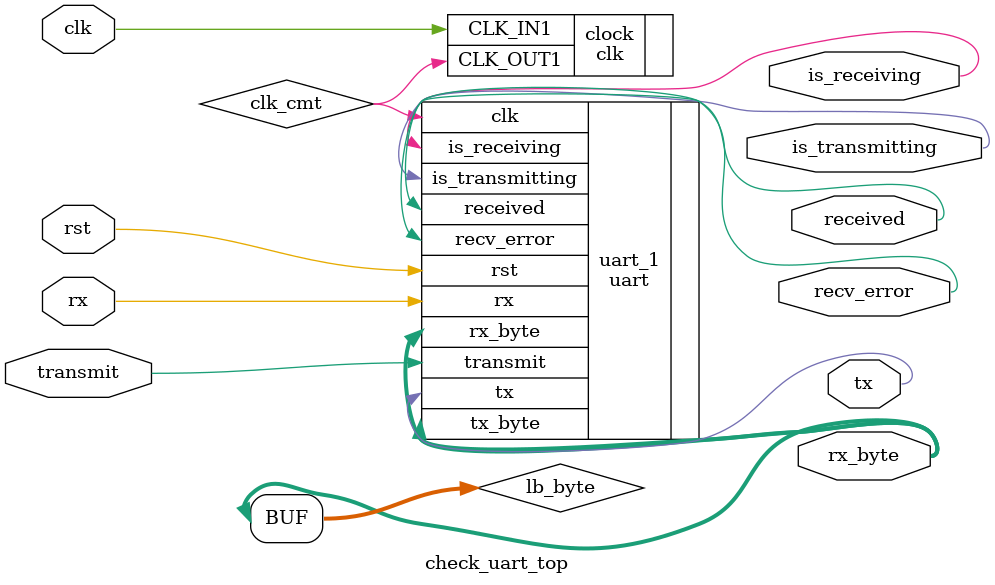
<source format=v>
`timescale 1ns / 1ps
module check_uart_top(
    input clk, 
    input rst, 
    input rx, 
    output tx, 
    input transmit, 
  //  input [7:0] tx_byte, 
    output received, 
    output [7:0] rx_byte, 
    output is_receiving, 
    output is_transmitting, 
    output recv_error
	  );
	  
	 wire [7:0] lb_byte;
	 wire clk_cmt;
	 
	 clk clock
     (.CLK_IN1(clk),      
      .CLK_OUT1(clk_cmt)); 
	  
    uart uart_1 (
       .clk(clk_cmt), 
       .rst(rst), 
       .rx(rx), 
       .tx(tx), 
       .transmit(transmit), 
       .tx_byte(lb_byte),        //  loopback is here
       .received(received), 
       .rx_byte(rx_byte), 
       .is_receiving(is_receiving), 
       .is_transmitting(is_transmitting), 
       .recv_error(recv_error)
               );
					
	 assign lb_byte = rx_byte;
endmodule

</source>
